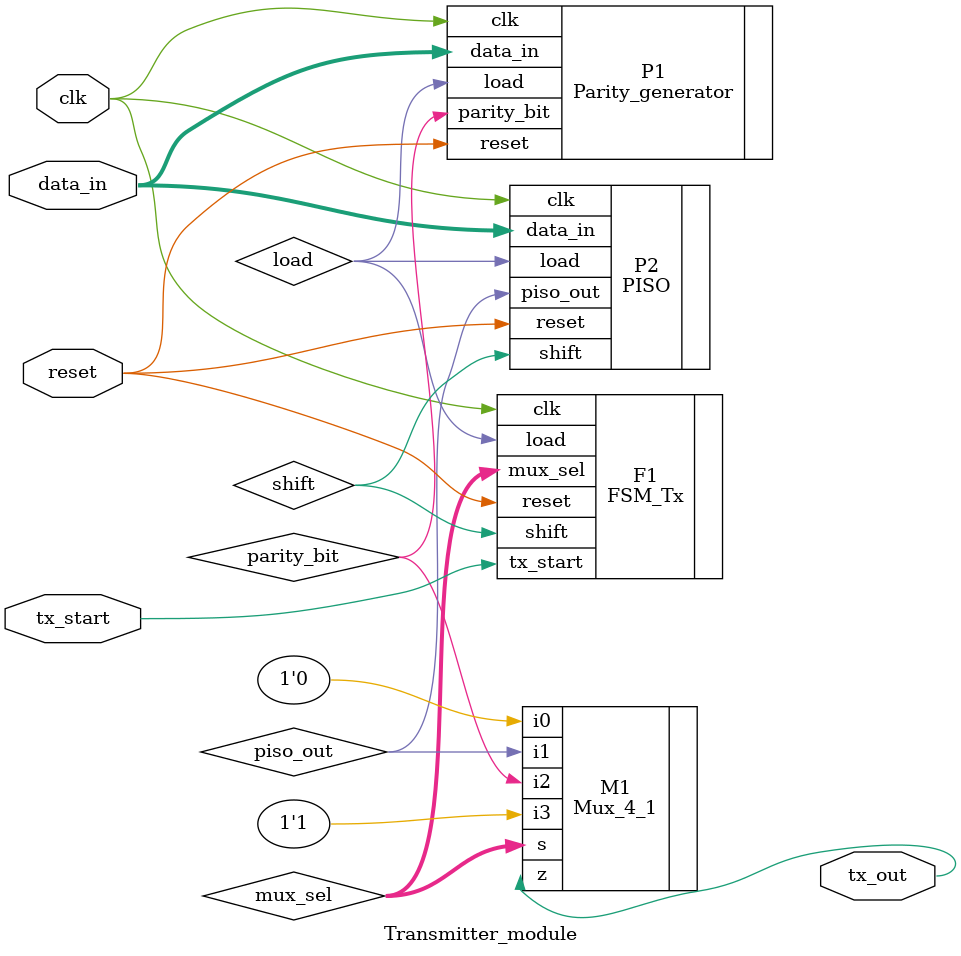
<source format=v>
module Transmitter_module(input [7:0]data_in,
                          input tx_start,
								         clk,
											reset,
								  output tx_out);
	
	
wire load,shift,parity_bit,piso_out;
wire [1:0]mux_sel;


								  
FSM_Tx F1(  .tx_start(tx_start),
            .load(load),
				.shift(shift),
				.reset(reset),
				.mux_sel(mux_sel),
				.clk(clk));

				
Parity_generator P1(  .data_in(data_in),
                      .load(load),
							 .clk(clk),
							 .reset(reset),
							 .parity_bit(parity_bit));

							 
PISO P2(  .data_in(data_in),
          .load(load),
			 .reset(reset),
			 .clk(clk),
			 .shift(shift),
			 .piso_out(piso_out));

			 
Mux_4_1 M1(  .i0(1'b0),
             .i1(piso_out),
				 .i2(parity_bit),
				 .i3(1'b1),
				 .s(mux_sel),
				 .z(tx_out));


endmodule

</source>
